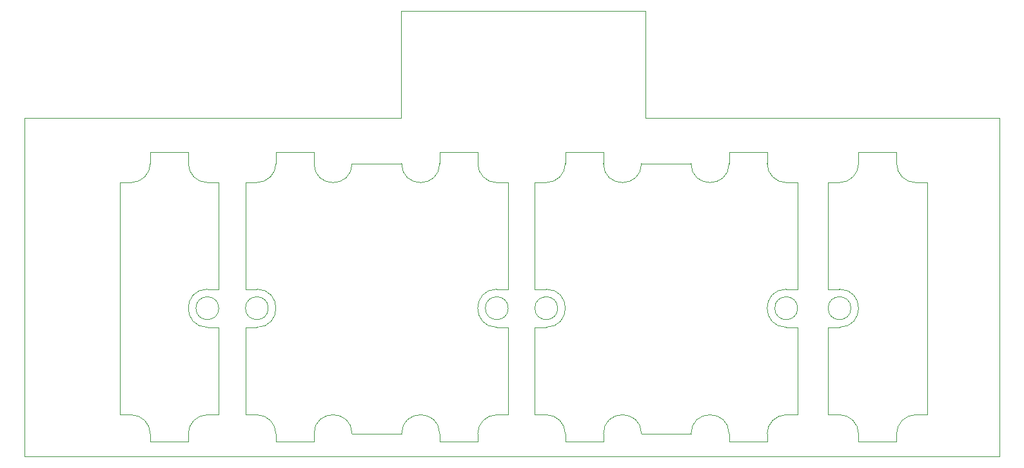
<source format=gbr>
%TF.GenerationSoftware,KiCad,Pcbnew,8.0.1*%
%TF.CreationDate,2024-05-16T15:44:09-04:00*%
%TF.ProjectId,UpperPOGO,55707065-7250-44f4-974f-2e6b69636164,rev?*%
%TF.SameCoordinates,Original*%
%TF.FileFunction,Profile,NP*%
%FSLAX46Y46*%
G04 Gerber Fmt 4.6, Leading zero omitted, Abs format (unit mm)*
G04 Created by KiCad (PCBNEW 8.0.1) date 2024-05-16 15:44:09*
%MOMM*%
%LPD*%
G01*
G04 APERTURE LIST*
%TA.AperFunction,Profile*%
%ADD10C,0.050000*%
%TD*%
G04 APERTURE END LIST*
D10*
X150500000Y-70000000D02*
X149000000Y-70000000D01*
X150500000Y-100500000D02*
G75*
G02*
X153000000Y-103000000I0J-2500000D01*
G01*
X120000000Y-103000000D02*
X120000000Y-104000000D01*
X196500000Y-104000000D02*
X196500000Y-103000000D01*
X196500000Y-66000000D02*
X191500000Y-66000000D01*
X106000000Y-100500000D02*
X107500000Y-100500000D01*
X179500000Y-66000000D02*
X179500000Y-67500000D01*
X199000000Y-70000000D02*
X200500000Y-70000000D01*
X144000000Y-89000000D02*
G75*
G02*
X144000000Y-84000000I0J2500000D01*
G01*
X115000000Y-67500000D02*
G75*
G02*
X112500000Y-70000000I-2500000J0D01*
G01*
X136500000Y-67500000D02*
G75*
G02*
X131500000Y-67500000I-2500000J0D01*
G01*
X183500000Y-89000000D02*
X183500000Y-100500000D01*
X189000000Y-100500000D02*
G75*
G02*
X191500000Y-103000000I0J-2500000D01*
G01*
X158000000Y-66000000D02*
X153000000Y-66000000D01*
X103500000Y-67500000D02*
X103500000Y-66000000D01*
X98500000Y-104000000D02*
X98500000Y-103000000D01*
X103500000Y-103000000D02*
G75*
G02*
X106000000Y-100500000I2500000J0D01*
G01*
X107500000Y-70000000D02*
X107500000Y-84000000D01*
X174500000Y-103000000D02*
X174500000Y-104000000D01*
X112500000Y-89000000D02*
X111000000Y-89000000D01*
X150500000Y-84000000D02*
X149000000Y-84000000D01*
X149000000Y-89000000D02*
X149000000Y-100500000D01*
X125000000Y-67500000D02*
G75*
G02*
X120000000Y-67500000I-2500000J0D01*
G01*
X189000000Y-89000000D02*
X187500000Y-89000000D01*
X112500000Y-100500000D02*
G75*
G02*
X115000000Y-103000000I0J-2500000D01*
G01*
X150500000Y-84000000D02*
G75*
G02*
X150500000Y-89000000I0J-2500000D01*
G01*
X179500000Y-103000000D02*
X179500000Y-104000000D01*
X107500000Y-86500000D02*
G75*
G02*
X104500000Y-86500000I-1500000J0D01*
G01*
X104500000Y-86500000D02*
G75*
G02*
X107500000Y-86500000I1500000J0D01*
G01*
X96000000Y-70000000D02*
X94500000Y-70000000D01*
X182000000Y-70000000D02*
X183500000Y-70000000D01*
X103500000Y-103000000D02*
X103500000Y-104000000D01*
X111000000Y-89000000D02*
X111000000Y-100500000D01*
X112500000Y-84000000D02*
G75*
G02*
X112500000Y-89000000I0J-2500000D01*
G01*
X200500000Y-70000000D02*
X200500000Y-100500000D01*
X183500000Y-70000000D02*
X183500000Y-84000000D01*
X112500000Y-100500000D02*
X111000000Y-100500000D01*
X136500000Y-66000000D02*
X141500000Y-66000000D01*
X96000000Y-100500000D02*
G75*
G02*
X98500000Y-103000000I0J-2500000D01*
G01*
X158000000Y-104000000D02*
X153000000Y-104000000D01*
X189000000Y-84000000D02*
G75*
G02*
X189000000Y-89000000I0J-2500000D01*
G01*
X163000000Y-103000000D02*
X169500000Y-103000000D01*
X131400000Y-47500000D02*
X163500000Y-47500000D01*
X149000000Y-70000000D02*
X149000000Y-84000000D01*
X199000000Y-100500000D02*
X200500000Y-100500000D01*
X98500000Y-104000000D02*
X103500000Y-104000000D01*
X187500000Y-70000000D02*
X187500000Y-84000000D01*
X141500000Y-103000000D02*
X141500000Y-104000000D01*
X120000000Y-66000000D02*
X115000000Y-66000000D01*
X94500000Y-70000000D02*
X94500000Y-100500000D01*
X179500000Y-103000000D02*
G75*
G02*
X182000000Y-100500000I2500000J0D01*
G01*
X120000000Y-103000000D02*
G75*
G02*
X125000000Y-103000000I2500000J0D01*
G01*
X98500000Y-67500000D02*
G75*
G02*
X96000000Y-70000000I-2500000J0D01*
G01*
X153000000Y-67500000D02*
G75*
G02*
X150500000Y-70000000I-2500000J0D01*
G01*
X150500000Y-100500000D02*
X149000000Y-100500000D01*
X145500000Y-89000000D02*
X145500000Y-100500000D01*
X150500000Y-89000000D02*
X149000000Y-89000000D01*
X144000000Y-70000000D02*
G75*
G02*
X141500000Y-67500000I0J2500000D01*
G01*
X131500000Y-103000000D02*
G75*
G02*
X136500000Y-103000000I2500000J0D01*
G01*
X106000000Y-70000000D02*
X107500000Y-70000000D01*
X144000000Y-100500000D02*
X145500000Y-100500000D01*
X158000000Y-103000000D02*
G75*
G02*
X163000000Y-103000000I2500000J0D01*
G01*
X182000000Y-89000000D02*
G75*
G02*
X182000000Y-84000000I0J2500000D01*
G01*
X196500000Y-67500000D02*
X196500000Y-66000000D01*
X120000000Y-66000000D02*
X120000000Y-67500000D01*
X152000000Y-86500000D02*
G75*
G02*
X149000000Y-86500000I-1500000J0D01*
G01*
X149000000Y-86500000D02*
G75*
G02*
X152000000Y-86500000I1500000J0D01*
G01*
X190500000Y-86500000D02*
G75*
G02*
X187500000Y-86500000I-1500000J0D01*
G01*
X187500000Y-86500000D02*
G75*
G02*
X190500000Y-86500000I1500000J0D01*
G01*
X145500000Y-70000000D02*
X145500000Y-84000000D01*
X182000000Y-100500000D02*
X183500000Y-100500000D01*
X153000000Y-67500000D02*
X153000000Y-66000000D01*
X189000000Y-84000000D02*
X187500000Y-84000000D01*
X189000000Y-100500000D02*
X187500000Y-100500000D01*
X125000000Y-103000000D02*
X131500000Y-103000000D01*
X174500000Y-66000000D02*
X179500000Y-66000000D01*
X196500000Y-104000000D02*
X191500000Y-104000000D01*
X158000000Y-103000000D02*
X158000000Y-104000000D01*
X144000000Y-70000000D02*
X145500000Y-70000000D01*
X187500000Y-89000000D02*
X187500000Y-100500000D01*
X183500000Y-86500000D02*
G75*
G02*
X180500000Y-86500000I-1500000J0D01*
G01*
X180500000Y-86500000D02*
G75*
G02*
X183500000Y-86500000I1500000J0D01*
G01*
X158000000Y-66000000D02*
X158000000Y-67500000D01*
X163000000Y-67500000D02*
G75*
G02*
X158000000Y-67500000I-2500000J0D01*
G01*
X82000000Y-61500000D02*
X131400000Y-61500000D01*
X106000000Y-70000000D02*
G75*
G02*
X103500000Y-67500000I0J2500000D01*
G01*
X112500000Y-84000000D02*
X111000000Y-84000000D01*
X153000000Y-103000000D02*
X153000000Y-104000000D01*
X82000000Y-106000000D02*
X82000000Y-61500000D01*
X174500000Y-104000000D02*
X179500000Y-104000000D01*
X144000000Y-84000000D02*
X145500000Y-84000000D01*
X199000000Y-70000000D02*
G75*
G02*
X196500000Y-67500000I0J2500000D01*
G01*
X141500000Y-66000000D02*
X141500000Y-67500000D01*
X163500000Y-61500000D02*
X210000000Y-61500000D01*
X98500000Y-66000000D02*
X103500000Y-66000000D01*
X163500000Y-47500000D02*
X163500000Y-61500000D01*
X191500000Y-67500000D02*
G75*
G02*
X189000000Y-70000000I-2500000J0D01*
G01*
X96000000Y-100500000D02*
X94500000Y-100500000D01*
X136500000Y-103000000D02*
X136500000Y-104000000D01*
X182000000Y-70000000D02*
G75*
G02*
X179500000Y-67500000I0J2500000D01*
G01*
X106000000Y-84000000D02*
X107500000Y-84000000D01*
X191500000Y-103000000D02*
X191500000Y-104000000D01*
X210000000Y-106000000D02*
X210000000Y-61500000D01*
X136500000Y-66000000D02*
X136500000Y-67500000D01*
X174500000Y-66000000D02*
X174500000Y-67500000D01*
X174500000Y-67500000D02*
G75*
G02*
X169500000Y-67500000I-2500000J0D01*
G01*
X210000000Y-106000000D02*
X82000000Y-106000000D01*
X189000000Y-70000000D02*
X187500000Y-70000000D01*
X191500000Y-66000000D02*
X191500000Y-67500000D01*
X106000000Y-89000000D02*
X107500000Y-89000000D01*
X144000000Y-89000000D02*
X145500000Y-89000000D01*
X136500000Y-104000000D02*
X141500000Y-104000000D01*
X112500000Y-70000000D02*
X111000000Y-70000000D01*
X125000000Y-67500000D02*
X131500000Y-67500000D01*
X98500000Y-67500000D02*
X98500000Y-66000000D01*
X120000000Y-104000000D02*
X115000000Y-104000000D01*
X115000000Y-67500000D02*
X115000000Y-66000000D01*
X145500000Y-86500000D02*
G75*
G02*
X142500000Y-86500000I-1500000J0D01*
G01*
X142500000Y-86500000D02*
G75*
G02*
X145500000Y-86500000I1500000J0D01*
G01*
X169500000Y-103000000D02*
G75*
G02*
X174500000Y-103000000I2500000J0D01*
G01*
X106000000Y-89000000D02*
G75*
G02*
X106000000Y-84000000I0J2500000D01*
G01*
X182000000Y-84000000D02*
X183500000Y-84000000D01*
X114000000Y-86500000D02*
G75*
G02*
X111000000Y-86500000I-1500000J0D01*
G01*
X111000000Y-86500000D02*
G75*
G02*
X114000000Y-86500000I1500000J0D01*
G01*
X131400000Y-61500000D02*
X131400000Y-47500000D01*
X107500000Y-89000000D02*
X107500000Y-100500000D01*
X182000000Y-89000000D02*
X183500000Y-89000000D01*
X163000000Y-67500000D02*
X169500000Y-67500000D01*
X141500000Y-103000000D02*
G75*
G02*
X144000000Y-100500000I2500000J0D01*
G01*
X111000000Y-70000000D02*
X111000000Y-84000000D01*
X115000000Y-103000000D02*
X115000000Y-104000000D01*
X196500000Y-103000000D02*
G75*
G02*
X199000000Y-100500000I2500000J0D01*
G01*
M02*

</source>
